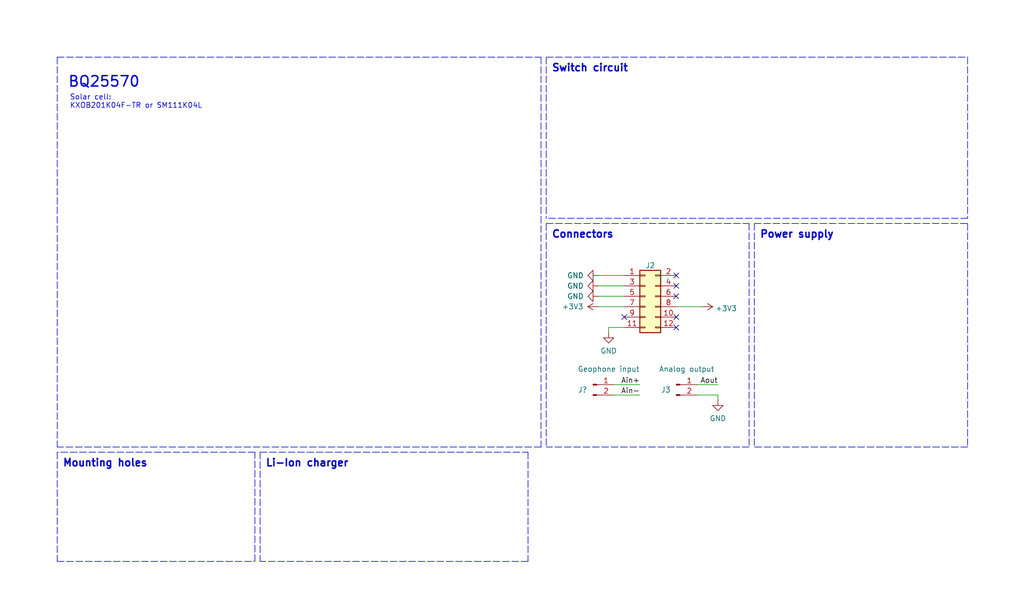
<source format=kicad_sch>
(kicad_sch (version 20211123) (generator eeschema)

  (uuid 65265907-6721-4f79-b3a8-f708d4e7460b)

  (paper "User" 250.012 150.012)

  (title_block
    (title "HexSense Svalbard - PWR")
    (date "2023-05-23")
    (company "MIT Media Lab")
    (comment 1 "Fangzheng Liu")
  )

  (lib_symbols
    (symbol "Connector:Conn_01x02_Male" (pin_names (offset 1.016) hide) (in_bom yes) (on_board yes)
      (property "Reference" "J" (id 0) (at 0 2.54 0)
        (effects (font (size 1.27 1.27)))
      )
      (property "Value" "Conn_01x02_Male" (id 1) (at 0 -5.08 0)
        (effects (font (size 1.27 1.27)))
      )
      (property "Footprint" "" (id 2) (at 0 0 0)
        (effects (font (size 1.27 1.27)) hide)
      )
      (property "Datasheet" "~" (id 3) (at 0 0 0)
        (effects (font (size 1.27 1.27)) hide)
      )
      (property "ki_keywords" "connector" (id 4) (at 0 0 0)
        (effects (font (size 1.27 1.27)) hide)
      )
      (property "ki_description" "Generic connector, single row, 01x02, script generated (kicad-library-utils/schlib/autogen/connector/)" (id 5) (at 0 0 0)
        (effects (font (size 1.27 1.27)) hide)
      )
      (property "ki_fp_filters" "Connector*:*_1x??_*" (id 6) (at 0 0 0)
        (effects (font (size 1.27 1.27)) hide)
      )
      (symbol "Conn_01x02_Male_1_1"
        (polyline
          (pts
            (xy 1.27 -2.54)
            (xy 0.8636 -2.54)
          )
          (stroke (width 0.1524) (type default) (color 0 0 0 0))
          (fill (type none))
        )
        (polyline
          (pts
            (xy 1.27 0)
            (xy 0.8636 0)
          )
          (stroke (width 0.1524) (type default) (color 0 0 0 0))
          (fill (type none))
        )
        (rectangle (start 0.8636 -2.413) (end 0 -2.667)
          (stroke (width 0.1524) (type default) (color 0 0 0 0))
          (fill (type outline))
        )
        (rectangle (start 0.8636 0.127) (end 0 -0.127)
          (stroke (width 0.1524) (type default) (color 0 0 0 0))
          (fill (type outline))
        )
        (pin passive line (at 5.08 0 180) (length 3.81)
          (name "Pin_1" (effects (font (size 1.27 1.27))))
          (number "1" (effects (font (size 1.27 1.27))))
        )
        (pin passive line (at 5.08 -2.54 180) (length 3.81)
          (name "Pin_2" (effects (font (size 1.27 1.27))))
          (number "2" (effects (font (size 1.27 1.27))))
        )
      )
    )
    (symbol "Connector_Generic:Conn_02x06_Odd_Even" (pin_names (offset 1.016) hide) (in_bom yes) (on_board yes)
      (property "Reference" "J" (id 0) (at 1.27 7.62 0)
        (effects (font (size 1.27 1.27)))
      )
      (property "Value" "Conn_02x06_Odd_Even" (id 1) (at 1.27 -10.16 0)
        (effects (font (size 1.27 1.27)))
      )
      (property "Footprint" "" (id 2) (at 0 0 0)
        (effects (font (size 1.27 1.27)) hide)
      )
      (property "Datasheet" "~" (id 3) (at 0 0 0)
        (effects (font (size 1.27 1.27)) hide)
      )
      (property "ki_keywords" "connector" (id 4) (at 0 0 0)
        (effects (font (size 1.27 1.27)) hide)
      )
      (property "ki_description" "Generic connector, double row, 02x06, odd/even pin numbering scheme (row 1 odd numbers, row 2 even numbers), script generated (kicad-library-utils/schlib/autogen/connector/)" (id 5) (at 0 0 0)
        (effects (font (size 1.27 1.27)) hide)
      )
      (property "ki_fp_filters" "Connector*:*_2x??_*" (id 6) (at 0 0 0)
        (effects (font (size 1.27 1.27)) hide)
      )
      (symbol "Conn_02x06_Odd_Even_1_1"
        (rectangle (start -1.27 -7.493) (end 0 -7.747)
          (stroke (width 0.1524) (type default) (color 0 0 0 0))
          (fill (type none))
        )
        (rectangle (start -1.27 -4.953) (end 0 -5.207)
          (stroke (width 0.1524) (type default) (color 0 0 0 0))
          (fill (type none))
        )
        (rectangle (start -1.27 -2.413) (end 0 -2.667)
          (stroke (width 0.1524) (type default) (color 0 0 0 0))
          (fill (type none))
        )
        (rectangle (start -1.27 0.127) (end 0 -0.127)
          (stroke (width 0.1524) (type default) (color 0 0 0 0))
          (fill (type none))
        )
        (rectangle (start -1.27 2.667) (end 0 2.413)
          (stroke (width 0.1524) (type default) (color 0 0 0 0))
          (fill (type none))
        )
        (rectangle (start -1.27 5.207) (end 0 4.953)
          (stroke (width 0.1524) (type default) (color 0 0 0 0))
          (fill (type none))
        )
        (rectangle (start -1.27 6.35) (end 3.81 -8.89)
          (stroke (width 0.254) (type default) (color 0 0 0 0))
          (fill (type background))
        )
        (rectangle (start 3.81 -7.493) (end 2.54 -7.747)
          (stroke (width 0.1524) (type default) (color 0 0 0 0))
          (fill (type none))
        )
        (rectangle (start 3.81 -4.953) (end 2.54 -5.207)
          (stroke (width 0.1524) (type default) (color 0 0 0 0))
          (fill (type none))
        )
        (rectangle (start 3.81 -2.413) (end 2.54 -2.667)
          (stroke (width 0.1524) (type default) (color 0 0 0 0))
          (fill (type none))
        )
        (rectangle (start 3.81 0.127) (end 2.54 -0.127)
          (stroke (width 0.1524) (type default) (color 0 0 0 0))
          (fill (type none))
        )
        (rectangle (start 3.81 2.667) (end 2.54 2.413)
          (stroke (width 0.1524) (type default) (color 0 0 0 0))
          (fill (type none))
        )
        (rectangle (start 3.81 5.207) (end 2.54 4.953)
          (stroke (width 0.1524) (type default) (color 0 0 0 0))
          (fill (type none))
        )
        (pin passive line (at -5.08 5.08 0) (length 3.81)
          (name "Pin_1" (effects (font (size 1.27 1.27))))
          (number "1" (effects (font (size 1.27 1.27))))
        )
        (pin passive line (at 7.62 -5.08 180) (length 3.81)
          (name "Pin_10" (effects (font (size 1.27 1.27))))
          (number "10" (effects (font (size 1.27 1.27))))
        )
        (pin passive line (at -5.08 -7.62 0) (length 3.81)
          (name "Pin_11" (effects (font (size 1.27 1.27))))
          (number "11" (effects (font (size 1.27 1.27))))
        )
        (pin passive line (at 7.62 -7.62 180) (length 3.81)
          (name "Pin_12" (effects (font (size 1.27 1.27))))
          (number "12" (effects (font (size 1.27 1.27))))
        )
        (pin passive line (at 7.62 5.08 180) (length 3.81)
          (name "Pin_2" (effects (font (size 1.27 1.27))))
          (number "2" (effects (font (size 1.27 1.27))))
        )
        (pin passive line (at -5.08 2.54 0) (length 3.81)
          (name "Pin_3" (effects (font (size 1.27 1.27))))
          (number "3" (effects (font (size 1.27 1.27))))
        )
        (pin passive line (at 7.62 2.54 180) (length 3.81)
          (name "Pin_4" (effects (font (size 1.27 1.27))))
          (number "4" (effects (font (size 1.27 1.27))))
        )
        (pin passive line (at -5.08 0 0) (length 3.81)
          (name "Pin_5" (effects (font (size 1.27 1.27))))
          (number "5" (effects (font (size 1.27 1.27))))
        )
        (pin passive line (at 7.62 0 180) (length 3.81)
          (name "Pin_6" (effects (font (size 1.27 1.27))))
          (number "6" (effects (font (size 1.27 1.27))))
        )
        (pin passive line (at -5.08 -2.54 0) (length 3.81)
          (name "Pin_7" (effects (font (size 1.27 1.27))))
          (number "7" (effects (font (size 1.27 1.27))))
        )
        (pin passive line (at 7.62 -2.54 180) (length 3.81)
          (name "Pin_8" (effects (font (size 1.27 1.27))))
          (number "8" (effects (font (size 1.27 1.27))))
        )
        (pin passive line (at -5.08 -5.08 0) (length 3.81)
          (name "Pin_9" (effects (font (size 1.27 1.27))))
          (number "9" (effects (font (size 1.27 1.27))))
        )
      )
    )
    (symbol "power:+3.3V" (power) (pin_names (offset 0)) (in_bom yes) (on_board yes)
      (property "Reference" "#PWR" (id 0) (at 0 -3.81 0)
        (effects (font (size 1.27 1.27)) hide)
      )
      (property "Value" "+3.3V" (id 1) (at 0 3.556 0)
        (effects (font (size 1.27 1.27)))
      )
      (property "Footprint" "" (id 2) (at 0 0 0)
        (effects (font (size 1.27 1.27)) hide)
      )
      (property "Datasheet" "" (id 3) (at 0 0 0)
        (effects (font (size 1.27 1.27)) hide)
      )
      (property "ki_keywords" "power-flag" (id 4) (at 0 0 0)
        (effects (font (size 1.27 1.27)) hide)
      )
      (property "ki_description" "Power symbol creates a global label with name \"+3.3V\"" (id 5) (at 0 0 0)
        (effects (font (size 1.27 1.27)) hide)
      )
      (symbol "+3.3V_0_1"
        (polyline
          (pts
            (xy -0.762 1.27)
            (xy 0 2.54)
          )
          (stroke (width 0) (type default) (color 0 0 0 0))
          (fill (type none))
        )
        (polyline
          (pts
            (xy 0 0)
            (xy 0 2.54)
          )
          (stroke (width 0) (type default) (color 0 0 0 0))
          (fill (type none))
        )
        (polyline
          (pts
            (xy 0 2.54)
            (xy 0.762 1.27)
          )
          (stroke (width 0) (type default) (color 0 0 0 0))
          (fill (type none))
        )
      )
      (symbol "+3.3V_1_1"
        (pin power_in line (at 0 0 90) (length 0) hide
          (name "+3V3" (effects (font (size 1.27 1.27))))
          (number "1" (effects (font (size 1.27 1.27))))
        )
      )
    )
    (symbol "power:GND" (power) (pin_names (offset 0)) (in_bom yes) (on_board yes)
      (property "Reference" "#PWR" (id 0) (at 0 -6.35 0)
        (effects (font (size 1.27 1.27)) hide)
      )
      (property "Value" "GND" (id 1) (at 0 -3.81 0)
        (effects (font (size 1.27 1.27)))
      )
      (property "Footprint" "" (id 2) (at 0 0 0)
        (effects (font (size 1.27 1.27)) hide)
      )
      (property "Datasheet" "" (id 3) (at 0 0 0)
        (effects (font (size 1.27 1.27)) hide)
      )
      (property "ki_keywords" "power-flag" (id 4) (at 0 0 0)
        (effects (font (size 1.27 1.27)) hide)
      )
      (property "ki_description" "Power symbol creates a global label with name \"GND\" , ground" (id 5) (at 0 0 0)
        (effects (font (size 1.27 1.27)) hide)
      )
      (symbol "GND_0_1"
        (polyline
          (pts
            (xy 0 0)
            (xy 0 -1.27)
            (xy 1.27 -1.27)
            (xy 0 -2.54)
            (xy -1.27 -1.27)
            (xy 0 -1.27)
          )
          (stroke (width 0) (type default) (color 0 0 0 0))
          (fill (type none))
        )
      )
      (symbol "GND_1_1"
        (pin power_in line (at 0 0 270) (length 0) hide
          (name "GND" (effects (font (size 1.27 1.27))))
          (number "1" (effects (font (size 1.27 1.27))))
        )
      )
    )
  )


  (no_connect (at 165.1 77.47) (uuid 620ced92-89a0-4069-81fa-8b1b302143f3))
  (no_connect (at 165.1 67.31) (uuid cb6d8dc4-609a-40bc-b9d0-1cb05cc6032c))
  (no_connect (at 165.1 69.85) (uuid cb6d8dc4-609a-40bc-b9d0-1cb05cc6032d))
  (no_connect (at 165.1 80.01) (uuid cb6d8dc4-609a-40bc-b9d0-1cb05cc6032e))
  (no_connect (at 165.1 72.39) (uuid cb6d8dc4-609a-40bc-b9d0-1cb05cc6032f))
  (no_connect (at 152.4 77.47) (uuid cb6d8dc4-609a-40bc-b9d0-1cb05cc60330))

  (wire (pts (xy 175.26 96.52) (xy 175.26 97.79))
    (stroke (width 0) (type default) (color 0 0 0 0))
    (uuid 00cc6313-fc54-4a7a-8e7f-0b5824181f4a)
  )
  (polyline (pts (xy 182.88 54.61) (xy 182.88 109.22))
    (stroke (width 0) (type default) (color 0 0 0 0))
    (uuid 027d512b-e8c6-4a51-acb7-2e0c7560e559)
  )
  (polyline (pts (xy 63.5 110.49) (xy 128.905 110.49))
    (stroke (width 0) (type default) (color 0 0 0 0))
    (uuid 0d3bc601-e3f0-4ea2-8a0e-2531b51b425b)
  )
  (polyline (pts (xy 62.23 110.49) (xy 13.97 110.49))
    (stroke (width 0) (type default) (color 0 0 0 0))
    (uuid 112550a6-2f51-4afe-8e76-b8860014e73b)
  )
  (polyline (pts (xy 13.97 110.49) (xy 13.97 137.16))
    (stroke (width 0) (type default) (color 0 0 0 0))
    (uuid 126c320d-e12b-48bd-b94a-6aea356547ff)
  )

  (wire (pts (xy 170.18 93.98) (xy 175.26 93.98))
    (stroke (width 0) (type default) (color 0 0 0 0))
    (uuid 18c4d9f3-cadc-4442-9fbd-a7ceac83d41d)
  )
  (polyline (pts (xy 133.35 13.97) (xy 133.35 53.34))
    (stroke (width 0) (type default) (color 0 0 0 0))
    (uuid 1c8c2bc9-89ec-4a26-a70b-0588137c3bfa)
  )
  (polyline (pts (xy 128.905 110.49) (xy 128.905 137.16))
    (stroke (width 0) (type default) (color 0 0 0 0))
    (uuid 23244101-1cc1-425e-b45b-a6dfb07bd773)
  )
  (polyline (pts (xy 13.97 137.16) (xy 62.23 137.16))
    (stroke (width 0) (type default) (color 0 0 0 0))
    (uuid 249af2ff-91fe-4f05-8340-7904b99c5763)
  )
  (polyline (pts (xy 236.22 53.34) (xy 133.35 53.34))
    (stroke (width 0) (type default) (color 0 0 0 0))
    (uuid 2da2df58-cbfd-4b3c-8cb1-632acfe45655)
  )
  (polyline (pts (xy 13.97 13.97) (xy 13.97 109.22))
    (stroke (width 0) (type default) (color 0 0 0 0))
    (uuid 2ee0b466-c444-4035-84c9-a050e466f5bc)
  )
  (polyline (pts (xy 184.15 54.61) (xy 184.15 109.22))
    (stroke (width 0) (type default) (color 0 0 0 0))
    (uuid 381c5588-4de9-4ac5-9d2c-80e7294c3d07)
  )
  (polyline (pts (xy 128.905 137.16) (xy 63.5 137.16))
    (stroke (width 0) (type default) (color 0 0 0 0))
    (uuid 3ba61b8f-2eec-4900-8cf9-5c851101d3d5)
  )

  (wire (pts (xy 170.18 96.52) (xy 175.26 96.52))
    (stroke (width 0) (type default) (color 0 0 0 0))
    (uuid 4e8ed6e0-0dab-47f5-bcf0-a4956039639c)
  )
  (polyline (pts (xy 133.35 54.61) (xy 182.88 54.61))
    (stroke (width 0) (type default) (color 0 0 0 0))
    (uuid 53d0b2cd-bae8-420b-b9ef-ee753e4b5b86)
  )

  (wire (pts (xy 146.05 69.85) (xy 152.4 69.85))
    (stroke (width 0) (type default) (color 0 0 0 0))
    (uuid 583d81ac-bb77-4a50-b097-9ee609ed0385)
  )
  (polyline (pts (xy 182.88 109.22) (xy 133.35 109.22))
    (stroke (width 0) (type default) (color 0 0 0 0))
    (uuid 6f364b94-e652-481f-92d8-ae2a245f9439)
  )
  (polyline (pts (xy 132.08 13.97) (xy 132.08 109.22))
    (stroke (width 0) (type default) (color 0 0 0 0))
    (uuid 704e2086-fcdc-4e75-94a6-ce92c6b9475a)
  )
  (polyline (pts (xy 63.5 110.49) (xy 63.5 137.16))
    (stroke (width 0) (type default) (color 0 0 0 0))
    (uuid 76b96ab0-43ba-465a-a58a-07cbe24f021d)
  )

  (wire (pts (xy 149.86 93.98) (xy 156.21 93.98))
    (stroke (width 0) (type default) (color 0 0 0 0))
    (uuid 7f8b133d-97c8-4226-925b-6d92c8c61c6e)
  )
  (polyline (pts (xy 132.08 109.22) (xy 13.97 109.22))
    (stroke (width 0) (type default) (color 0 0 0 0))
    (uuid 92c8d89d-10ba-464b-92b9-3d6c477d66f0)
  )
  (polyline (pts (xy 236.22 13.97) (xy 236.22 53.34))
    (stroke (width 0) (type default) (color 0 0 0 0))
    (uuid 943c0282-9c76-489b-b67d-c755ac593417)
  )

  (wire (pts (xy 165.1 74.93) (xy 171.45 74.93))
    (stroke (width 0) (type default) (color 0 0 0 0))
    (uuid 9514fb92-a719-4e0e-93f5-5a6e1527fc02)
  )
  (polyline (pts (xy 62.23 137.16) (xy 62.23 110.49))
    (stroke (width 0) (type default) (color 0 0 0 0))
    (uuid 9524b549-e9fa-434d-a758-95c0cc60299e)
  )
  (polyline (pts (xy 133.35 54.61) (xy 133.35 109.22))
    (stroke (width 0) (type default) (color 0 0 0 0))
    (uuid aa48925a-f632-4a1b-9aa1-88eef136586e)
  )

  (wire (pts (xy 146.05 74.93) (xy 152.4 74.93))
    (stroke (width 0) (type default) (color 0 0 0 0))
    (uuid b58c89a0-180f-4603-a940-e5bca74c5904)
  )
  (polyline (pts (xy 236.22 54.61) (xy 236.22 109.22))
    (stroke (width 0) (type default) (color 0 0 0 0))
    (uuid c688cec4-c155-4bdc-8859-6b80658322a2)
  )
  (polyline (pts (xy 13.97 13.97) (xy 132.08 13.97))
    (stroke (width 0) (type default) (color 0 0 0 0))
    (uuid c9eed2e8-0fc2-475a-b578-1752b80a7d0c)
  )

  (wire (pts (xy 146.05 67.31) (xy 152.4 67.31))
    (stroke (width 0) (type default) (color 0 0 0 0))
    (uuid cf3dd574-c863-40a4-8936-5183653f5af4)
  )
  (wire (pts (xy 149.86 96.52) (xy 156.21 96.52))
    (stroke (width 0) (type default) (color 0 0 0 0))
    (uuid d222c6dd-a6f9-4b4d-bd5a-f44cc391b25d)
  )
  (wire (pts (xy 148.59 80.01) (xy 148.59 81.28))
    (stroke (width 0) (type default) (color 0 0 0 0))
    (uuid d81517d3-d5a9-408c-9dc6-01d504588c0d)
  )
  (polyline (pts (xy 236.22 109.22) (xy 184.15 109.22))
    (stroke (width 0) (type default) (color 0 0 0 0))
    (uuid e2a290b5-585d-4be7-a605-92194957885d)
  )
  (polyline (pts (xy 184.15 54.61) (xy 236.22 54.61))
    (stroke (width 0) (type default) (color 0 0 0 0))
    (uuid e6641908-6c92-45d5-864a-dbda6fd61486)
  )

  (wire (pts (xy 148.59 80.01) (xy 152.4 80.01))
    (stroke (width 0) (type default) (color 0 0 0 0))
    (uuid eefda50f-0820-4fb8-b751-a3a4d2dfe99e)
  )
  (wire (pts (xy 146.05 72.39) (xy 152.4 72.39))
    (stroke (width 0) (type default) (color 0 0 0 0))
    (uuid ef932e4c-1d6b-43a7-94a1-5206ff3fe3aa)
  )
  (polyline (pts (xy 133.35 13.97) (xy 236.22 13.97))
    (stroke (width 0) (type default) (color 0 0 0 0))
    (uuid f171d7d2-2d60-4dfc-886e-3e820eefb83c)
  )

  (text "Li-Ion charger" (at 64.77 114.3 0)
    (effects (font (size 1.778 1.778) (thickness 0.3556) bold) (justify left bottom))
    (uuid 17a3eb76-b236-4110-bce7-7147037979bc)
  )
  (text "BQ25570" (at 16.51 21.59 0)
    (effects (font (size 2.54 2.54) (thickness 0.3556) bold) (justify left bottom))
    (uuid 25c24915-f5ab-4b37-82a9-6a3dc0b57bda)
  )
  (text "Switch circuit" (at 134.62 17.78 0)
    (effects (font (size 1.778 1.778) (thickness 0.3556) bold) (justify left bottom))
    (uuid 3656a60e-b3fe-434c-9fcc-a19d222c9fa8)
  )
  (text "Mounting holes" (at 15.24 114.3 0)
    (effects (font (size 1.778 1.778) (thickness 0.3556) bold) (justify left bottom))
    (uuid 42b9c7b7-099b-46d6-8865-0407d76c6783)
  )
  (text "Solar cell:\nKXOB201K04F-TR or SM111K04L" (at 17.018 26.67 0)
    (effects (font (size 1.27 1.27)) (justify left bottom))
    (uuid 518ffe32-b9dc-48a9-bd02-7fdbd38e84e7)
  )
  (text "Power supply" (at 185.42 58.42 0)
    (effects (font (size 1.778 1.778) (thickness 0.3556) bold) (justify left bottom))
    (uuid 926ca284-70b7-4e44-940a-84ade37d7953)
  )
  (text "Connectors" (at 134.62 58.42 0)
    (effects (font (size 1.778 1.778) (thickness 0.3556) bold) (justify left bottom))
    (uuid e4475087-be40-4f9f-8b73-33086380c8cb)
  )

  (label "Ain-" (at 156.21 96.52 180)
    (effects (font (size 1.27 1.27)) (justify right bottom))
    (uuid 12d4ccc6-a6c0-4e13-bade-77ad11855724)
  )
  (label "Ain+" (at 156.21 93.98 180)
    (effects (font (size 1.27 1.27)) (justify right bottom))
    (uuid 1898a234-74a4-4663-932e-31d9c42cb45a)
  )
  (label "Aout" (at 175.26 93.98 180)
    (effects (font (size 1.27 1.27)) (justify right bottom))
    (uuid 5c8fb65c-86d0-4125-a4b3-2d3b5b08b524)
  )

  (symbol (lib_id "power:GND") (at 146.05 67.31 270) (unit 1)
    (in_bom yes) (on_board yes)
    (uuid 273bb3e6-4d50-47f7-8edd-3059b9c5cc06)
    (property "Reference" "#PWR0126" (id 0) (at 139.7 67.31 0)
      (effects (font (size 1.27 1.27)) hide)
    )
    (property "Value" "GND" (id 1) (at 138.43 67.31 90)
      (effects (font (size 1.27 1.27)) (justify left))
    )
    (property "Footprint" "" (id 2) (at 146.05 67.31 0)
      (effects (font (size 1.27 1.27)) hide)
    )
    (property "Datasheet" "" (id 3) (at 146.05 67.31 0)
      (effects (font (size 1.27 1.27)) hide)
    )
    (pin "1" (uuid 7c756541-de1f-4b68-ae54-a8375e0d71e3))
  )

  (symbol (lib_id "power:GND") (at 146.05 72.39 270) (unit 1)
    (in_bom yes) (on_board yes)
    (uuid 5c64e8e8-6c2d-483f-aafc-e21e16486282)
    (property "Reference" "#PWR0124" (id 0) (at 139.7 72.39 0)
      (effects (font (size 1.27 1.27)) hide)
    )
    (property "Value" "GND" (id 1) (at 138.43 72.39 90)
      (effects (font (size 1.27 1.27)) (justify left))
    )
    (property "Footprint" "" (id 2) (at 146.05 72.39 0)
      (effects (font (size 1.27 1.27)) hide)
    )
    (property "Datasheet" "" (id 3) (at 146.05 72.39 0)
      (effects (font (size 1.27 1.27)) hide)
    )
    (pin "1" (uuid 92f759df-e7f5-4cd6-b760-c1a61545e330))
  )

  (symbol (lib_id "Connector:Conn_01x02_Male") (at 165.1 93.98 0) (unit 1)
    (in_bom yes) (on_board yes)
    (uuid 60510a67-ca97-4715-9269-64963d907606)
    (property "Reference" "J3" (id 0) (at 162.56 95.25 0))
    (property "Value" "Analog output" (id 1) (at 167.64 90.17 0))
    (property "Footprint" "Connector_PinHeader_2.00mm:PinHeader_2x01_P2.00mm_Vertical" (id 2) (at 165.1 93.98 0)
      (effects (font (size 1.27 1.27)) hide)
    )
    (property "Datasheet" "~" (id 3) (at 165.1 93.98 0)
      (effects (font (size 1.27 1.27)) hide)
    )
    (pin "1" (uuid d6d5ef69-d6de-4c98-abd9-a781cad5d9e2))
    (pin "2" (uuid c434cc3c-d03c-4aaf-909f-9b6a2b7f71fe))
  )

  (symbol (lib_id "Connector:Conn_01x02_Male") (at 144.78 93.98 0) (unit 1)
    (in_bom yes) (on_board yes)
    (uuid 678563eb-eab6-4f68-9cf0-f3827943b3fe)
    (property "Reference" "J?" (id 0) (at 142.24 95.25 0))
    (property "Value" "Geophone input" (id 1) (at 148.59 90.17 0))
    (property "Footprint" "Connector_PinHeader_2.00mm:PinHeader_2x01_P2.00mm_Vertical" (id 2) (at 144.78 93.98 0)
      (effects (font (size 1.27 1.27)) hide)
    )
    (property "Datasheet" "~" (id 3) (at 144.78 93.98 0)
      (effects (font (size 1.27 1.27)) hide)
    )
    (pin "1" (uuid 0462563f-5b24-4608-98f1-cf94d3ee6b6d))
    (pin "2" (uuid c376f69d-542c-4831-8fe6-510117d3aaf6))
  )

  (symbol (lib_id "power:+3.3V") (at 171.45 74.93 270) (unit 1)
    (in_bom yes) (on_board yes) (fields_autoplaced)
    (uuid 7d5ff1f1-b0bc-4774-8198-94ac86c4c103)
    (property "Reference" "#PWR0113" (id 0) (at 167.64 74.93 0)
      (effects (font (size 1.27 1.27)) hide)
    )
    (property "Value" "+3.3V" (id 1) (at 174.625 75.3638 90)
      (effects (font (size 1.27 1.27)) (justify left))
    )
    (property "Footprint" "" (id 2) (at 171.45 74.93 0)
      (effects (font (size 1.27 1.27)) hide)
    )
    (property "Datasheet" "" (id 3) (at 171.45 74.93 0)
      (effects (font (size 1.27 1.27)) hide)
    )
    (pin "1" (uuid 80abcb76-276c-4082-bbf3-bd506b844d3e))
  )

  (symbol (lib_id "power:GND") (at 146.05 69.85 270) (unit 1)
    (in_bom yes) (on_board yes)
    (uuid 888ac93d-9fbc-4684-9259-e893288eb2ff)
    (property "Reference" "#PWR0125" (id 0) (at 139.7 69.85 0)
      (effects (font (size 1.27 1.27)) hide)
    )
    (property "Value" "GND" (id 1) (at 138.43 69.85 90)
      (effects (font (size 1.27 1.27)) (justify left))
    )
    (property "Footprint" "" (id 2) (at 146.05 69.85 0)
      (effects (font (size 1.27 1.27)) hide)
    )
    (property "Datasheet" "" (id 3) (at 146.05 69.85 0)
      (effects (font (size 1.27 1.27)) hide)
    )
    (pin "1" (uuid debfddd9-20cb-4a00-8dbd-bb1c37438a44))
  )

  (symbol (lib_id "power:GND") (at 175.26 97.79 0) (unit 1)
    (in_bom yes) (on_board yes) (fields_autoplaced)
    (uuid a2072163-a78c-483d-84b1-a94b211a174d)
    (property "Reference" "#PWR0116" (id 0) (at 175.26 104.14 0)
      (effects (font (size 1.27 1.27)) hide)
    )
    (property "Value" "GND" (id 1) (at 175.26 102.2334 0))
    (property "Footprint" "" (id 2) (at 175.26 97.79 0)
      (effects (font (size 1.27 1.27)) hide)
    )
    (property "Datasheet" "" (id 3) (at 175.26 97.79 0)
      (effects (font (size 1.27 1.27)) hide)
    )
    (pin "1" (uuid 7f625463-becb-41df-9a84-39d1cbbb0a8b))
  )

  (symbol (lib_id "power:+3.3V") (at 146.05 74.93 90) (unit 1)
    (in_bom yes) (on_board yes)
    (uuid cd61db5a-fd58-4dee-960c-1d8f50281832)
    (property "Reference" "#PWR0114" (id 0) (at 149.86 74.93 0)
      (effects (font (size 1.27 1.27)) hide)
    )
    (property "Value" "+3.3V" (id 1) (at 137.16 74.93 90)
      (effects (font (size 1.27 1.27)) (justify right))
    )
    (property "Footprint" "" (id 2) (at 146.05 74.93 0)
      (effects (font (size 1.27 1.27)) hide)
    )
    (property "Datasheet" "" (id 3) (at 146.05 74.93 0)
      (effects (font (size 1.27 1.27)) hide)
    )
    (pin "1" (uuid 262c9134-c175-4cb4-b0ca-e8834ad2bb20))
  )

  (symbol (lib_id "power:GND") (at 148.59 81.28 0) (unit 1)
    (in_bom yes) (on_board yes) (fields_autoplaced)
    (uuid cde767ef-ff15-43e9-919e-90c86fc7ed83)
    (property "Reference" "#PWR0111" (id 0) (at 148.59 87.63 0)
      (effects (font (size 1.27 1.27)) hide)
    )
    (property "Value" "GND" (id 1) (at 148.59 85.7234 0))
    (property "Footprint" "" (id 2) (at 148.59 81.28 0)
      (effects (font (size 1.27 1.27)) hide)
    )
    (property "Datasheet" "" (id 3) (at 148.59 81.28 0)
      (effects (font (size 1.27 1.27)) hide)
    )
    (pin "1" (uuid 097a3745-350a-4481-9065-0b144efe3e3f))
  )

  (symbol (lib_id "Connector_Generic:Conn_02x06_Odd_Even") (at 157.48 72.39 0) (unit 1)
    (in_bom yes) (on_board yes) (fields_autoplaced)
    (uuid d21c4810-860a-4636-8899-041c4a87d149)
    (property "Reference" "J2" (id 0) (at 158.75 64.8772 0))
    (property "Value" "Conn_02x06_Odd_Even" (id 1) (at 158.75 64.8771 0)
      (effects (font (size 1.27 1.27)) hide)
    )
    (property "Footprint" "Connector_PinHeader_2.54mm:PinHeader_2x06_P2.54mm_Vertical" (id 2) (at 157.48 72.39 0)
      (effects (font (size 1.27 1.27)) hide)
    )
    (property "Datasheet" "~" (id 3) (at 157.48 72.39 0)
      (effects (font (size 1.27 1.27)) hide)
    )
    (pin "1" (uuid 49bd610e-28d7-4210-aa31-f9666d58a088))
    (pin "10" (uuid 4df0fa62-d0ce-4c31-bd63-730ee8609159))
    (pin "11" (uuid 33c79dff-7060-465c-a289-7abcbf73fc40))
    (pin "12" (uuid 57dc9a46-66ef-4616-8100-b95b43946b2c))
    (pin "2" (uuid 8b406e02-c95b-41b2-9699-0083fcc119c4))
    (pin "3" (uuid a0c64003-be12-4468-905f-1c96a98cf278))
    (pin "4" (uuid bdc56c5d-6a5f-46e2-bc72-f936b77a7680))
    (pin "5" (uuid 0fdec5ed-e0e5-428c-b3a7-ec2d58c50122))
    (pin "6" (uuid 02c15e29-806b-41be-9c75-aa7a1ddb4c09))
    (pin "7" (uuid 75964037-4a16-4dfd-82e8-8a38cdb89b2a))
    (pin "8" (uuid 66995d65-f65d-4c7e-bb28-d5341c3dc4bd))
    (pin "9" (uuid 45b42d0d-d88e-4c4a-910a-1a5ef3d2bc9e))
  )

  (sheet_instances
    (path "/" (page "1"))
  )

  (symbol_instances
    (path "/cde767ef-ff15-43e9-919e-90c86fc7ed83"
      (reference "#PWR0111") (unit 1) (value "GND") (footprint "")
    )
    (path "/7d5ff1f1-b0bc-4774-8198-94ac86c4c103"
      (reference "#PWR0113") (unit 1) (value "+3.3V") (footprint "")
    )
    (path "/cd61db5a-fd58-4dee-960c-1d8f50281832"
      (reference "#PWR0114") (unit 1) (value "+3.3V") (footprint "")
    )
    (path "/a2072163-a78c-483d-84b1-a94b211a174d"
      (reference "#PWR0116") (unit 1) (value "GND") (footprint "")
    )
    (path "/5c64e8e8-6c2d-483f-aafc-e21e16486282"
      (reference "#PWR0124") (unit 1) (value "GND") (footprint "")
    )
    (path "/888ac93d-9fbc-4684-9259-e893288eb2ff"
      (reference "#PWR0125") (unit 1) (value "GND") (footprint "")
    )
    (path "/273bb3e6-4d50-47f7-8edd-3059b9c5cc06"
      (reference "#PWR0126") (unit 1) (value "GND") (footprint "")
    )
    (path "/d21c4810-860a-4636-8899-041c4a87d149"
      (reference "J2") (unit 1) (value "Conn_02x06_Odd_Even") (footprint "Connector_PinHeader_2.54mm:PinHeader_2x06_P2.54mm_Vertical")
    )
    (path "/60510a67-ca97-4715-9269-64963d907606"
      (reference "J3") (unit 1) (value "Analog output") (footprint "Connector_PinHeader_2.00mm:PinHeader_2x01_P2.00mm_Vertical")
    )
    (path "/678563eb-eab6-4f68-9cf0-f3827943b3fe"
      (reference "J?") (unit 1) (value "Geophone input") (footprint "Connector_PinHeader_2.00mm:PinHeader_2x01_P2.00mm_Vertical")
    )
  )
)

</source>
